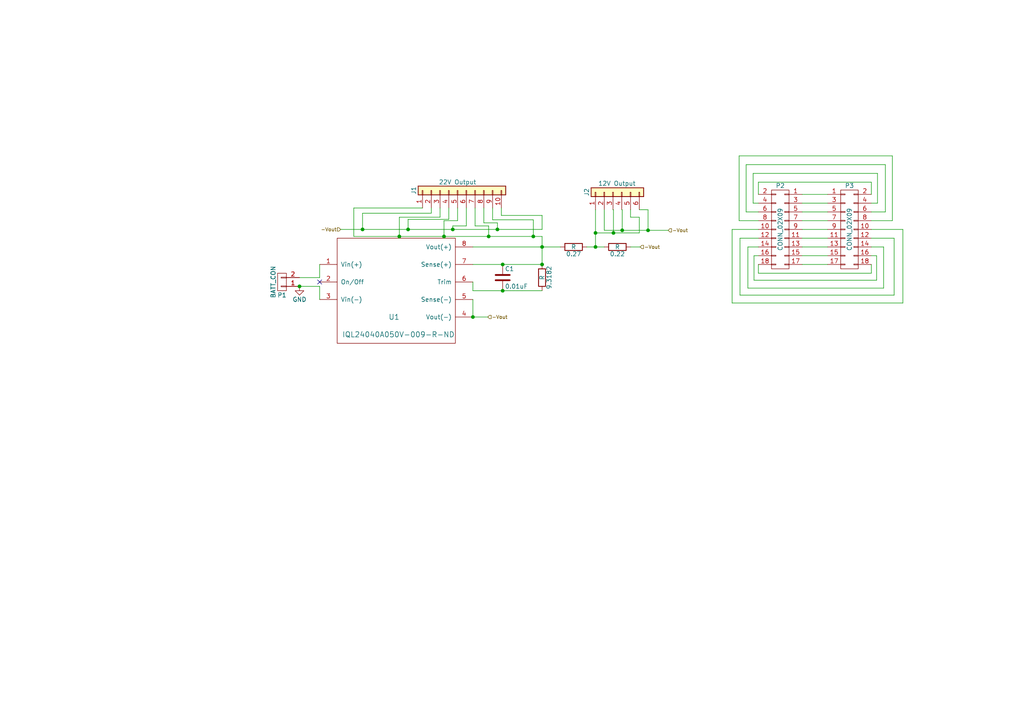
<source format=kicad_sch>
(kicad_sch (version 20230121) (generator eeschema)
  (paper "A4")
  (lib_symbols
    (symbol "ArmPowerBoard-rescue:C" (pin_numbers hide) (pin_names (offset 0.254))
      (property "Reference" "C" (at 0.635 2.54 0))
      (property "Value" "C" (at 0.635 -2.54 0))
      (symbol "C_0_1"
        (polyline (pts (xy -2.032 -0.762) (xy 2.032 -0.762)) (stroke (width 0.508)))
        (polyline (pts (xy -2.032 0.762) (xy 2.032 0.762)) (stroke (width 0.508)))
      )
      (symbol "C_1_1"
        (pin passive line (at 0 3.81 270) (length 2.794) (name "~") (number "1"))
        (pin passive line (at 0 -3.81 90) (length 2.794) (name "~") (number "2"))
      )
    )
    (symbol "ArmPowerBoard-rescue:CONN_01X02" (pin_names (offset 1.016) hide)
      (property "Reference" "P" (at 0 3.81 0))
      (property "Value" "CONN_01X02" (at 2.54 0 90))
      (symbol "CONN_01X02_0_1"
        (rectangle (start -1.27 -1.143) (end 0.254 -1.397))
        (rectangle (start -1.27 1.397) (end 0.254 1.143))
        (rectangle (start -1.27 2.54) (end 1.27 -2.54))
      )
      (symbol "CONN_01X02_1_1"
        (pin passive line (at -5.08 1.27 0) (length 3.81) (name "P1") (number "1"))
        (pin passive line (at -5.08 -1.27 0) (length 3.81) (name "P2") (number "2"))
      )
    )
    (symbol "ArmPowerBoard-rescue:CONN_02X09" (pin_names (offset 0.0254) hide)
      (property "Reference" "P" (at 0 12.7 0))
      (property "Value" "CONN_02X09" (at 0 0 90))
      (symbol "CONN_02X09_0_1"
        (rectangle (start -2.54 -10.033) (end -1.27 -10.287))
        (rectangle (start -2.54 -7.493) (end -1.27 -7.747))
        (rectangle (start -2.54 -4.953) (end -1.27 -5.207))
        (rectangle (start -2.54 -2.413) (end -1.27 -2.667))
        (rectangle (start -2.54 0.127) (end -1.27 -0.127))
        (rectangle (start -2.54 2.667) (end -1.27 2.413))
        (rectangle (start -2.54 5.207) (end -1.27 4.953))
        (rectangle (start -2.54 7.747) (end -1.27 7.493))
        (rectangle (start -2.54 10.287) (end -1.27 10.033))
        (rectangle (start -2.54 11.43) (end 2.54 -11.43))
        (rectangle (start 1.27 -10.033) (end 2.54 -10.287))
        (rectangle (start 1.27 -7.493) (end 2.54 -7.747))
        (rectangle (start 1.27 -4.953) (end 2.54 -5.207))
        (rectangle (start 1.27 -2.413) (end 2.54 -2.667))
        (rectangle (start 1.27 0.127) (end 2.54 -0.127))
        (rectangle (start 1.27 2.667) (end 2.54 2.413))
        (rectangle (start 1.27 5.207) (end 2.54 4.953))
        (rectangle (start 1.27 7.747) (end 2.54 7.493))
        (rectangle (start 1.27 10.287) (end 2.54 10.033))
      )
      (symbol "CONN_02X09_1_1"
        (pin passive line (at -6.35 10.16 0) (length 3.81) (name "P1") (number "1"))
        (pin passive line (at 6.35 0 180) (length 3.81) (name "P10") (number "10"))
        (pin passive line (at -6.35 -2.54 0) (length 3.81) (name "P11") (number "11"))
        (pin passive line (at 6.35 -2.54 180) (length 3.81) (name "P12") (number "12"))
        (pin passive line (at -6.35 -5.08 0) (length 3.81) (name "P13") (number "13"))
        (pin passive line (at 6.35 -5.08 180) (length 3.81) (name "P14") (number "14"))
        (pin passive line (at -6.35 -7.62 0) (length 3.81) (name "P15") (number "15"))
        (pin passive line (at 6.35 -7.62 180) (length 3.81) (name "P16") (number "16"))
        (pin passive line (at -6.35 -10.16 0) (length 3.81) (name "P17") (number "17"))
        (pin passive line (at 6.35 -10.16 180) (length 3.81) (name "P18") (number "18"))
        (pin passive line (at 6.35 10.16 180) (length 3.81) (name "P2") (number "2"))
        (pin passive line (at -6.35 7.62 0) (length 3.81) (name "P3") (number "3"))
        (pin passive line (at 6.35 7.62 180) (length 3.81) (name "P4") (number "4"))
        (pin passive line (at -6.35 5.08 0) (length 3.81) (name "P5") (number "5"))
        (pin passive line (at 6.35 5.08 180) (length 3.81) (name "P6") (number "6"))
        (pin passive line (at -6.35 2.54 0) (length 3.81) (name "P7") (number "7"))
        (pin passive line (at 6.35 2.54 180) (length 3.81) (name "P8") (number "8"))
        (pin passive line (at -6.35 0 0) (length 3.81) (name "P9") (number "9"))
      )
    )
    (symbol "ArmPowerBoard-rescue:Conn_01x06" (pin_names (offset 1.016) hide)
      (property "Reference" "J" (at 0 7.62 0))
      (property "Value" "Conn_01x06" (at 0 -10.16 0))
      (symbol "Conn_01x06_1_1"
        (rectangle (start -1.27 -7.493) (end 0 -7.747) (stroke (width 0.1524)))
        (rectangle (start -1.27 -4.953) (end 0 -5.207) (stroke (width 0.1524)))
        (rectangle (start -1.27 -2.413) (end 0 -2.667) (stroke (width 0.1524)))
        (rectangle (start -1.27 0.127) (end 0 -0.127) (stroke (width 0.1524)))
        (rectangle (start -1.27 2.667) (end 0 2.413) (stroke (width 0.1524)))
        (rectangle (start -1.27 5.207) (end 0 4.953) (stroke (width 0.1524)))
        (rectangle (start -1.27 6.35) (end 1.27 -8.89) (stroke (width 0.254)) (fill (type background)))
        (pin passive line (at -5.08 5.08 0) (length 3.81) (name "Pin_1") (number "1"))
        (pin passive line (at -5.08 2.54 0) (length 3.81) (name "Pin_2") (number "2"))
        (pin passive line (at -5.08 0 0) (length 3.81) (name "Pin_3") (number "3"))
        (pin passive line (at -5.08 -2.54 0) (length 3.81) (name "Pin_4") (number "4"))
        (pin passive line (at -5.08 -5.08 0) (length 3.81) (name "Pin_5") (number "5"))
        (pin passive line (at -5.08 -7.62 0) (length 3.81) (name "Pin_6") (number "6"))
      )
    )
    (symbol "ArmPowerBoard-rescue:Conn_01x10" (pin_names (offset 1.016) hide)
      (property "Reference" "J" (at 0 12.7 0))
      (property "Value" "Conn_01x10" (at 0 -15.24 0))
      (symbol "Conn_01x10_1_1"
        (rectangle (start -1.27 -12.573) (end 0 -12.827) (stroke (width 0.1524)))
        (rectangle (start -1.27 -10.033) (end 0 -10.287) (stroke (width 0.1524)))
        (rectangle (start -1.27 -7.493) (end 0 -7.747) (stroke (width 0.1524)))
        (rectangle (start -1.27 -4.953) (end 0 -5.207) (stroke (width 0.1524)))
        (rectangle (start -1.27 -2.413) (end 0 -2.667) (stroke (width 0.1524)))
        (rectangle (start -1.27 0.127) (end 0 -0.127) (stroke (width 0.1524)))
        (rectangle (start -1.27 2.667) (end 0 2.413) (stroke (width 0.1524)))
        (rectangle (start -1.27 5.207) (end 0 4.953) (stroke (width 0.1524)))
        (rectangle (start -1.27 7.747) (end 0 7.493) (stroke (width 0.1524)))
        (rectangle (start -1.27 10.287) (end 0 10.033) (stroke (width 0.1524)))
        (rectangle (start -1.27 11.43) (end 1.27 -13.97) (stroke (width 0.254)) (fill (type background)))
        (pin passive line (at -5.08 10.16 0) (length 3.81) (name "Pin_1") (number "1"))
        (pin passive line (at -5.08 -12.7 0) (length 3.81) (name "Pin_10") (number "10"))
        (pin passive line (at -5.08 7.62 0) (length 3.81) (name "Pin_2") (number "2"))
        (pin passive line (at -5.08 5.08 0) (length 3.81) (name "Pin_3") (number "3"))
        (pin passive line (at -5.08 2.54 0) (length 3.81) (name "Pin_4") (number "4"))
        (pin passive line (at -5.08 0 0) (length 3.81) (name "Pin_5") (number "5"))
        (pin passive line (at -5.08 -2.54 0) (length 3.81) (name "Pin_6") (number "6"))
        (pin passive line (at -5.08 -5.08 0) (length 3.81) (name "Pin_7") (number "7"))
        (pin passive line (at -5.08 -7.62 0) (length 3.81) (name "Pin_8") (number "8"))
        (pin passive line (at -5.08 -10.16 0) (length 3.81) (name "Pin_9") (number "9"))
      )
    )
    (symbol "ArmPowerBoard-rescue:GND" (power) (pin_names (offset 0))
      (property "Value" "GND" (at 0 -3.81 0))
      (symbol "GND_0_1"
        (polyline (pts (xy 0 0) (xy 0 -1.27) (xy 1.27 -1.27) (xy 0 -2.54) (xy -1.27 -1.27) (xy 0 -1.27)))
      )
      (symbol "GND_1_1"
        (pin power_in line (at 0 0 270) (length 0) hide (name "GND") (number "1"))
      )
    )
    (symbol "ArmPowerBoard-rescue:IQL24040A050V-009-R-ND" (pin_names (offset 1.016))
      (property "Reference" "U" (at 0 -2.54 0))
      (property "Value" "IQL24040A050V-009-R-ND" (at 1.27 -7.62 0))
      (symbol "IQL24040A050V-009-R-ND_0_1"
        (polyline (pts (xy -15.24 20.32) (xy 17.78 20.32) (xy 17.78 -10.16) (xy -16.51 -10.16) (xy -16.51 20.32) (xy -15.24 20.32)))
      )
      (symbol "IQL24040A050V-009-R-ND_1_1"
        (pin power_in line (at -21.59 12.7 0) (length 5.08) (name "Vin(+)") (number "1"))
        (pin input line (at -21.59 7.62 0) (length 5.08) (name "On/Off") (number "2"))
        (pin power_in line (at -21.59 2.54 0) (length 5.08) (name "Vin(-)") (number "3"))
        (pin power_in line (at 22.86 -2.54 180) (length 5.08) (name "Vout(-)") (number "4"))
        (pin input line (at 22.86 2.54 180) (length 5.08) (name "Sense(-)") (number "5"))
        (pin input line (at 22.86 7.62 180) (length 5.08) (name "Trim") (number "6"))
        (pin input line (at 22.86 12.7 180) (length 5.08) (name "Sense(+)") (number "7"))
        (pin power_out line (at 22.86 17.78 180) (length 5.08) (name "Vout(+)") (number "8"))
      )
    )
    (symbol "ArmPowerBoard-rescue:R" (pin_numbers hide) (pin_names (offset 0))
      (property "Reference" "R" (at 2.032 0 90))
      (property "Value" "R" (at 0 0 90))
      (symbol "R_0_1"
        (rectangle (start -1.016 -2.54) (end 1.016 2.54) (stroke (width 0.254)))
      )
      (symbol "R_1_1"
        (pin passive line (at 0 3.81 270) (length 1.27) (name "~") (number "1"))
        (pin passive line (at 0 -3.81 90) (length 1.27) (name "~") (number "2"))
      )
    )
  )
  (junction (at 144.272 66.548))
  (junction (at 118.364 66.548))
  (junction (at 154.686 68.58))
  (junction (at 180.467 66.802))
  (junction (at 145.796 76.708))
  (junction (at 115.824 68.58))
  (junction (at 187.96 66.802))
  (junction (at 131.318 66.548))
  (junction (at 157.226 76.708))
  (junction (at 137.16 91.948))
  (junction (at 145.796 84.328))
  (junction (at 172.72 67.564))
  (junction (at 177.927 67.564))
  (junction (at 141.732 68.58))
  (junction (at 128.778 68.58))
  (junction (at 157.226 71.628))
  (junction (at 86.868 83.058))
  (junction (at 172.72 71.628))
  (junction (at 105.156 66.548))
  (no_connect (at 92.71 81.788))
  (wire (pts (xy 144.272 64.643) (xy 140.335 64.643)))
  (wire (pts (xy 132.715 64.008) (xy 132.715 60.325)))
  (wire (pts (xy 127.635 62.992) (xy 127.635 60.325)))
  (wire (pts (xy 259.334 69.088) (xy 252.73 69.088)))
  (wire (pts (xy 214.376 45.212) (xy 258.826 45.212)))
  (wire (pts (xy 157.226 62.484) (xy 145.415 62.484)))
  (wire (pts (xy 232.664 76.708) (xy 240.03 76.708)))
  (wire (pts (xy 141.732 68.58) (xy 141.732 65.532)))
  (wire (pts (xy 105.156 66.548) (xy 105.156 61.849)))
  (wire (pts (xy 252.73 52.832) (xy 252.73 56.388)))
  (wire (pts (xy 219.964 56.388) (xy 219.964 52.832)))
  (wire (pts (xy 115.824 62.992) (xy 115.824 68.58)))
  (wire (pts (xy 218.44 58.928) (xy 218.44 50.292)))
  (wire (pts (xy 141.732 68.58) (xy 154.686 68.58)))
  (wire (pts (xy 218.44 50.292) (xy 254.508 50.292)))
  (wire (pts (xy 254.254 81.28) (xy 254.254 74.168)))
  (wire (pts (xy 216.916 83.566) (xy 256.286 83.566)))
  (wire (pts (xy 232.664 61.468) (xy 240.03 61.468)))
  (wire (pts (xy 135.255 65.532) (xy 135.255 60.325)))
  (wire (pts (xy 172.72 71.628) (xy 175.26 71.628)))
  (wire (pts (xy 154.686 63.754) (xy 142.875 63.754)))
  (wire (pts (xy 145.796 76.708) (xy 137.16 76.708)))
  (wire (pts (xy 219.964 52.832) (xy 252.73 52.832)))
  (wire (pts (xy 130.175 63.627) (xy 130.175 60.325)))
  (wire (pts (xy 175.26 66.802) (xy 180.467 66.802)))
  (wire (pts (xy 216.408 61.468) (xy 216.408 47.752)))
  (wire (pts (xy 105.156 61.849) (xy 125.095 61.849)))
  (wire (pts (xy 180.467 60.833) (xy 180.34 60.833)))
  (wire (pts (xy 142.875 63.754) (xy 142.875 60.325)))
  (wire (pts (xy 219.964 64.008) (xy 214.376 64.008)))
  (wire (pts (xy 102.616 60.325) (xy 122.555 60.325)))
  (wire (pts (xy 232.664 71.628) (xy 240.03 71.628)))
  (wire (pts (xy 128.778 64.008) (xy 132.715 64.008)))
  (wire (pts (xy 219.964 61.468) (xy 216.408 61.468)))
  (wire (pts (xy 172.72 67.564) (xy 177.927 67.564)))
  (wire (pts (xy 219.964 58.928) (xy 218.44 58.928)))
  (wire (pts (xy 232.664 64.008) (xy 240.03 64.008)))
  (wire (pts (xy 137.16 71.628) (xy 157.226 71.628)))
  (wire (pts (xy 232.664 66.548) (xy 240.03 66.548)))
  (wire (pts (xy 157.226 71.628) (xy 162.56 71.628)))
  (wire (pts (xy 137.16 84.328) (xy 145.796 84.328)))
  (wire (pts (xy 182.88 71.628) (xy 185.674 71.628)))
  (wire (pts (xy 261.874 66.548) (xy 252.73 66.548)))
  (wire (pts (xy 172.72 60.833) (xy 172.72 67.564)))
  (wire (pts (xy 218.694 74.168) (xy 218.694 81.28)))
  (wire (pts (xy 177.927 67.564) (xy 177.927 60.833)))
  (wire (pts (xy 125.095 61.849) (xy 125.095 60.325)))
  (wire (pts (xy 154.686 68.58) (xy 157.226 68.58)))
  (wire (pts (xy 182.88 62.992) (xy 182.88 60.833)))
  (wire (pts (xy 212.344 87.884) (xy 261.874 87.884)))
  (wire (pts (xy 157.226 76.708) (xy 145.796 76.708)))
  (wire (pts (xy 86.868 80.518) (xy 92.71 80.518)))
  (wire (pts (xy 137.795 65.532) (xy 137.795 60.325)))
  (wire (pts (xy 259.334 85.598) (xy 259.334 69.088)))
  (wire (pts (xy 131.318 66.548) (xy 144.272 66.548)))
  (wire (pts (xy 254.508 58.928) (xy 252.73 58.928)))
  (wire (pts (xy 187.96 66.802) (xy 187.96 60.833)))
  (wire (pts (xy 115.824 68.58) (xy 128.778 68.58)))
  (wire (pts (xy 216.408 47.752) (xy 256.794 47.752)))
  (wire (pts (xy 256.286 83.566) (xy 256.286 71.628)))
  (wire (pts (xy 218.694 81.28) (xy 254.254 81.28)))
  (wire (pts (xy 92.71 80.518) (xy 92.71 76.708)))
  (wire (pts (xy 187.96 66.802) (xy 193.802 66.802)))
  (wire (pts (xy 177.927 60.833) (xy 177.8 60.833)))
  (wire (pts (xy 105.156 66.548) (xy 118.364 66.548)))
  (wire (pts (xy 131.318 65.532) (xy 135.255 65.532)))
  (wire (pts (xy 232.664 69.088) (xy 240.03 69.088)))
  (wire (pts (xy 256.794 61.468) (xy 252.73 61.468)))
  (wire (pts (xy 137.16 86.868) (xy 137.16 91.948)))
  (wire (pts (xy 232.664 58.928) (xy 240.03 58.928)))
  (wire (pts (xy 86.868 83.058) (xy 92.71 83.058)))
  (wire (pts (xy 118.364 63.627) (xy 130.175 63.627)))
  (wire (pts (xy 219.964 76.708) (xy 219.964 79.248)))
  (wire (pts (xy 172.72 67.564) (xy 172.72 71.628)))
  (wire (pts (xy 128.778 68.58) (xy 141.732 68.58)))
  (wire (pts (xy 258.826 64.008) (xy 252.73 64.008)))
  (wire (pts (xy 131.318 65.532) (xy 131.318 66.548)))
  (wire (pts (xy 157.226 71.628) (xy 157.226 76.708)))
  (wire (pts (xy 232.664 56.388) (xy 240.03 56.388)))
  (wire (pts (xy 219.964 79.248) (xy 252.73 79.248)))
  (wire (pts (xy 145.415 62.484) (xy 145.415 60.325)))
  (wire (pts (xy 144.272 64.643) (xy 144.272 66.548)))
  (wire (pts (xy 140.335 64.643) (xy 140.335 60.325)))
  (wire (pts (xy 219.964 74.168) (xy 218.694 74.168)))
  (wire (pts (xy 256.794 47.752) (xy 256.794 61.468)))
  (wire (pts (xy 128.778 68.58) (xy 128.778 64.008)))
  (wire (pts (xy 98.806 66.548) (xy 105.156 66.548)))
  (wire (pts (xy 145.796 84.328) (xy 157.226 84.328)))
  (wire (pts (xy 212.344 66.548) (xy 212.344 87.884)))
  (wire (pts (xy 258.826 45.212) (xy 258.826 64.008)))
  (wire (pts (xy 175.26 60.833) (xy 175.26 66.802)))
  (wire (pts (xy 214.63 69.088) (xy 214.63 85.598)))
  (wire (pts (xy 232.664 74.168) (xy 240.03 74.168)))
  (wire (pts (xy 144.272 66.548) (xy 157.226 66.548)))
  (wire (pts (xy 118.364 63.627) (xy 118.364 66.548)))
  (wire (pts (xy 137.16 91.948) (xy 141.478 91.948)))
  (wire (pts (xy 254.254 74.168) (xy 252.73 74.168)))
  (wire (pts (xy 254.508 50.292) (xy 254.508 58.928)))
  (wire (pts (xy 180.467 66.802) (xy 187.96 66.802)))
  (wire (pts (xy 252.73 79.248) (xy 252.73 76.708)))
  (wire (pts (xy 102.616 68.58) (xy 115.824 68.58)))
  (wire (pts (xy 92.71 83.058) (xy 92.71 86.868)))
  (wire (pts (xy 157.226 66.548) (xy 157.226 62.484)))
  (wire (pts (xy 261.874 87.884) (xy 261.874 66.548)))
  (wire (pts (xy 180.467 66.802) (xy 180.467 60.833)))
  (wire (pts (xy 157.226 68.58) (xy 157.226 71.628)))
  (wire (pts (xy 219.964 69.088) (xy 214.63 69.088)))
  (wire (pts (xy 115.824 62.992) (xy 127.635 62.992)))
  (wire (pts (xy 214.376 64.008) (xy 214.376 45.212)))
  (wire (pts (xy 219.964 71.628) (xy 216.916 71.628)))
  (wire (pts (xy 102.616 68.58) (xy 102.616 60.325)))
  (wire (pts (xy 177.927 67.564) (xy 185.42 67.564)))
  (wire (pts (xy 185.42 62.992) (xy 182.88 62.992)))
  (wire (pts (xy 170.18 71.628) (xy 172.72 71.628)))
  (wire (pts (xy 141.732 65.532) (xy 137.795 65.532)))
  (wire (pts (xy 154.686 68.58) (xy 154.686 63.754)))
  (wire (pts (xy 137.16 81.788) (xy 137.16 84.328)))
  (wire (pts (xy 185.42 67.564) (xy 185.42 62.992)))
  (wire (pts (xy 219.964 66.548) (xy 212.344 66.548)))
  (wire (pts (xy 187.96 60.833) (xy 185.42 60.833)))
  (wire (pts (xy 216.916 71.628) (xy 216.916 83.566)))
  (wire (pts (xy 118.364 66.548) (xy 131.318 66.548)))
  (wire (pts (xy 214.63 85.598) (xy 259.334 85.598)))
  (wire (pts (xy 256.286 71.628) (xy 252.73 71.628)))
  (hierarchical_label "-Vout" (shape input) (at 98.806 66.548 180) (effects (font (size 0.9906 0.9906))))
  (hierarchical_label "-Vout" (shape input) (at 193.802 66.802 0) (effects (font (size 0.9906 0.9906))))
  (hierarchical_label "-Vout" (shape input) (at 185.674 71.628 0) (effects (font (size 0.9906 0.9906))))
  (hierarchical_label "-Vout" (shape input) (at 141.478 91.948 0) (effects (font (size 0.9906 0.9906))))
  (symbol (lib_id "ArmPowerBoard-rescue:IQL24040A050V-009-R-ND") (at 114.3 89.408 0) (unit 1)
    (property "Reference" "U1" (at 114.3 91.948 0) (effects (font (size 1.524 1.524))))
    (property "Value" "IQL24040A050V-009-R-ND" (at 115.57 97.028 0) (effects (font (size 1.524 1.524))))
    (property "Footprint" "USST-footprints:IQL24040A050V_Power_Supply" (effects hide))
  )
  (symbol (lib_id "ArmPowerBoard-rescue:C") (at 145.796 80.518 0) (unit 1)
    (property "Reference" "C1" (at 146.431 77.978 0) (effects (justify left)))
    (property "Value" "0.01uF" (at 146.431 83.058 0) (effects (justify left)))
    (property "Footprint" "Capacitors_SMD:C_1206" (effects hide))
  )
  (symbol (lib_id "ArmPowerBoard-rescue:R") (at 157.226 80.518 0) (unit 1)
    (property "Reference" "9.3182" (at 159.258 80.518 90))
    (property "Value" "R" (at 157.226 80.518 90))
    (property "Footprint" "Resistors_SMD:R_1218" (effects hide))
  )
  (symbol (lib_id "ArmPowerBoard-rescue:R") (at 179.07 71.628 270) (unit 1)
    (property "Reference" "0.22" (at 179.07 73.66 90))
    (property "Value" "R" (at 179.07 71.628 90))
    (property "Footprint" "Resistors_SMD:R_1218" (effects hide))
  )
  (symbol (lib_id "ArmPowerBoard-rescue:R") (at 166.37 71.628 270) (unit 1)
    (property "Reference" "0.27" (at 166.37 73.66 90))
    (property "Value" "R" (at 166.37 71.628 90))
    (property "Footprint" "Resistors_SMD:R_1218" (effects hide))
  )
  (symbol (lib_id "ArmPowerBoard-rescue:CONN_01X02") (at 81.788 81.788 180) (unit 1)
    (property "Reference" "P1" (at 81.788 85.598 0))
    (property "Value" "BATT_CON" (at 79.248 81.788 90))
    (property "Footprint" "USST-footprints:Phoenix_Contact_1770539" (effects hide))
  )
  (symbol (lib_id "ArmPowerBoard-rescue:Conn_01x10") (at 132.715 55.245 90) (unit 1)
    (property "Reference" "J1" (at 120.015 55.245 0))
    (property "Value" "22V Output" (at 132.715 52.832 90))
    (property "Footprint" "USST-footprints:Phoenix_Contact_Terminal_Block_1x10_1935242" (effects hide))
  )
  (symbol (lib_id "ArmPowerBoard-rescue:Conn_01x06") (at 177.8 55.753 90) (unit 1)
    (property "Reference" "J2" (at 170.18 55.753 0))
    (property "Value" "12V Output" (at 178.943 53.213 90))
    (property "Footprint" "USST-footprints:TerminalBlock_Pheonix_PT-5mm_6pol" (effects hide))
  )
  (symbol (lib_id "ArmPowerBoard-rescue:GND") (at 86.868 83.058 0) (unit 1)
    (property "Reference" "#PWR01" (effects hide))
    (property "Value" "GND" (at 86.868 86.868 0))
  )
  (symbol (lib_id "ArmPowerBoard-rescue:CONN_02X09") (at 246.38 66.548 0) (unit 1)
    (property "Reference" "P3" (at 246.38 53.848 0))
    (property "Value" "CONN_02X09" (at 246.38 66.548 90))
  )
  (symbol (lib_id "ArmPowerBoard-rescue:CONN_02X09") (at 226.314 66.548 0) (mirror y) (unit 1)
    (property "Reference" "P2" (at 226.314 53.848 0))
    (property "Value" "CONN_02X09" (at 226.314 66.548 90))
  )
)
</source>
